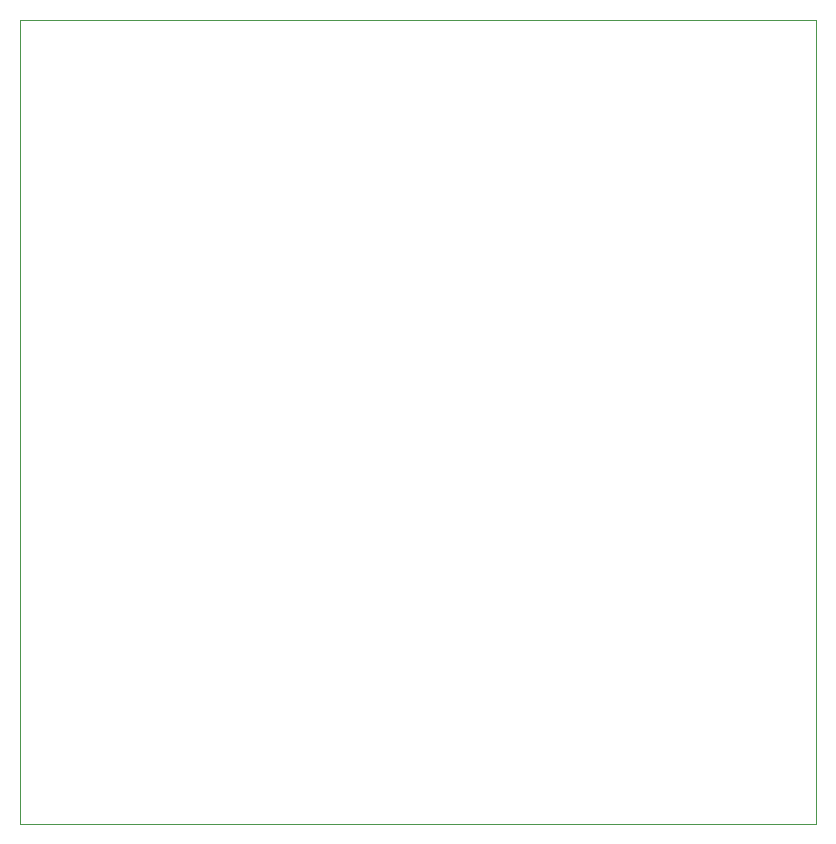
<source format=gbr>
%TF.GenerationSoftware,KiCad,Pcbnew,8.0.8*%
%TF.CreationDate,2025-03-03T07:56:09-06:00*%
%TF.ProjectId,Final Project V1,46696e61-6c20-4507-926f-6a6563742056,rev?*%
%TF.SameCoordinates,Original*%
%TF.FileFunction,Profile,NP*%
%FSLAX46Y46*%
G04 Gerber Fmt 4.6, Leading zero omitted, Abs format (unit mm)*
G04 Created by KiCad (PCBNEW 8.0.8) date 2025-03-03 07:56:09*
%MOMM*%
%LPD*%
G01*
G04 APERTURE LIST*
%TA.AperFunction,Profile*%
%ADD10C,0.050000*%
%TD*%
G04 APERTURE END LIST*
D10*
X164000000Y-68600000D02*
X231400000Y-68600000D01*
X231400000Y-136600000D01*
X164000000Y-136600000D01*
X164000000Y-68600000D01*
M02*

</source>
